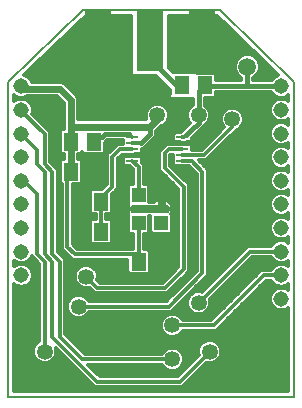
<source format=gtl>
G75*
G70*
%OFA0B0*%
%FSLAX24Y24*%
%IPPOS*%
%LPD*%
%AMOC8*
5,1,8,0,0,1.08239X$1,22.5*
%
%ADD10C,0.0080*%
%ADD11C,0.0515*%
%ADD12C,0.0000*%
%ADD13R,0.0900X0.2000*%
%ADD14R,0.0512X0.0591*%
%ADD15C,0.0591*%
%ADD16R,0.0394X0.0098*%
%ADD17R,0.0472X0.0472*%
%ADD18C,0.0050*%
%ADD19C,0.0120*%
%ADD20C,0.0472*%
%ADD21C,0.0160*%
%ADD22C,0.0240*%
%ADD23C,0.0531*%
D10*
X000196Y001085D02*
X009724Y001085D01*
X009724Y011580D01*
X007234Y013971D01*
X002686Y013971D01*
X000196Y011580D01*
X000196Y001085D01*
D11*
X000629Y004355D03*
X000629Y005143D03*
X000629Y005930D03*
X000629Y006717D03*
X000629Y007505D03*
X000629Y008292D03*
X000629Y009080D03*
X000629Y009867D03*
X000629Y010654D03*
X000629Y011442D03*
X009291Y011442D03*
X009291Y010654D03*
X009291Y009867D03*
X009291Y009080D03*
X009291Y008292D03*
X009291Y007505D03*
X009291Y006717D03*
X009291Y005930D03*
X009291Y005143D03*
X009291Y004355D03*
D12*
X007110Y013973D02*
X002710Y013973D01*
D13*
X003170Y012963D03*
X004910Y012963D03*
X006650Y012963D03*
D14*
X006734Y011473D03*
X005986Y011473D03*
X003284Y007598D03*
X003034Y008598D03*
X002536Y007598D03*
X002286Y008598D03*
X002286Y009598D03*
X003034Y009598D03*
X003284Y006598D03*
X002536Y006598D03*
X004536Y005598D03*
X005284Y005598D03*
D15*
X008160Y012098D03*
D16*
X005992Y009742D03*
X005992Y009545D03*
X005992Y009348D03*
X005992Y009152D03*
X005992Y008955D03*
X004328Y008955D03*
X004328Y009152D03*
X004328Y009348D03*
X004328Y009545D03*
X004328Y009742D03*
D17*
X004536Y007821D03*
X004536Y006876D03*
X005284Y006876D03*
X005284Y007821D03*
D18*
X005205Y007644D02*
X005402Y007644D01*
X005402Y007447D01*
X005205Y007447D01*
X005205Y007644D01*
X005205Y007597D02*
X005402Y007597D01*
X005402Y007549D02*
X005205Y007549D01*
X005205Y007500D02*
X005402Y007500D01*
X005402Y007452D02*
X005205Y007452D01*
X005501Y007447D02*
X005501Y007250D01*
X004319Y007250D01*
X004319Y007447D01*
X005501Y007447D01*
X005501Y007403D02*
X004319Y007403D01*
X004319Y007355D02*
X005501Y007355D01*
X005501Y007306D02*
X004319Y007306D01*
X004319Y007258D02*
X005501Y007258D01*
D19*
X005629Y007173D02*
X005646Y007190D01*
X005646Y007507D01*
X005561Y007592D01*
X005547Y007592D01*
X005547Y007704D01*
X005462Y007789D01*
X005145Y007789D01*
X005060Y007704D01*
X005060Y007592D01*
X004892Y007592D01*
X004892Y008107D01*
X004822Y008177D01*
X004716Y008177D01*
X004716Y008821D01*
X004645Y008892D01*
X004645Y009054D01*
X004575Y009124D01*
X004413Y009124D01*
X004403Y009135D01*
X004254Y009135D01*
X004243Y009124D01*
X004082Y009124D01*
X004011Y009054D01*
X004011Y008856D01*
X004082Y008786D01*
X004243Y008786D01*
X004356Y008672D01*
X004356Y008177D01*
X004250Y008177D01*
X004180Y008107D01*
X004180Y007535D01*
X004191Y007524D01*
X004174Y007507D01*
X004174Y007190D01*
X004191Y007173D01*
X004180Y007162D01*
X004180Y006590D01*
X004250Y006520D01*
X004356Y006520D01*
X004356Y006028D01*
X002485Y006028D01*
X002340Y006173D01*
X002340Y008183D01*
X002592Y008183D01*
X002662Y008253D01*
X002662Y008943D01*
X002592Y009014D01*
X002526Y009014D01*
X002526Y009183D01*
X002592Y009183D01*
X002660Y009252D01*
X002728Y009183D01*
X003340Y009183D01*
X003410Y009253D01*
X003410Y009566D01*
X003493Y009648D01*
X004011Y009648D01*
X004011Y009528D01*
X003835Y009528D01*
X003480Y009173D01*
X003480Y008173D01*
X003321Y008014D01*
X002978Y008014D01*
X002908Y007943D01*
X002908Y007253D01*
X002978Y007183D01*
X003104Y007183D01*
X003104Y007014D01*
X002978Y007014D01*
X002908Y006943D01*
X002908Y006253D01*
X002978Y006183D01*
X003590Y006183D01*
X003660Y006253D01*
X003660Y006943D01*
X003590Y007014D01*
X003464Y007014D01*
X003464Y007183D01*
X003590Y007183D01*
X003660Y007253D01*
X003660Y007844D01*
X003735Y007918D01*
X003840Y008024D01*
X003840Y009024D01*
X003985Y009168D01*
X004403Y009168D01*
X004413Y009179D01*
X004575Y009179D01*
X004645Y009250D01*
X004645Y009345D01*
X004690Y009345D01*
X004993Y009648D01*
X005110Y009766D01*
X005110Y009959D01*
X005240Y010089D01*
X005379Y010146D01*
X005487Y010255D01*
X005546Y010397D01*
X005546Y010550D01*
X005487Y010692D01*
X005379Y010800D01*
X005237Y010859D01*
X005083Y010859D01*
X004941Y010800D01*
X004833Y010692D01*
X004774Y010550D01*
X004774Y010397D01*
X004798Y010338D01*
X002526Y010338D01*
X002526Y011020D01*
X002489Y011108D01*
X002113Y011484D01*
X002046Y011552D01*
X001958Y011588D01*
X000977Y011588D01*
X000949Y011656D01*
X000843Y011762D01*
X000725Y011810D01*
X002767Y013771D01*
X004273Y013771D01*
X004273Y011908D01*
X004293Y011888D01*
X004293Y011849D01*
X004363Y011778D01*
X005119Y011778D01*
X005568Y011330D01*
X005572Y011185D01*
X005563Y011177D01*
X005563Y011086D01*
X005627Y011021D01*
X006335Y011016D01*
X006335Y010808D01*
X006316Y010800D01*
X006208Y010692D01*
X006149Y010550D01*
X006149Y010397D01*
X006208Y010255D01*
X006246Y010217D01*
X006202Y010173D01*
X005960Y009931D01*
X005960Y009922D01*
X005917Y009922D01*
X005907Y009911D01*
X005745Y009911D01*
X005675Y009841D01*
X005675Y009643D01*
X005745Y009573D01*
X005907Y009573D01*
X005917Y009562D01*
X006128Y009562D01*
X006139Y009573D01*
X006238Y009573D01*
X006309Y009643D01*
X006309Y009714D01*
X006485Y009891D01*
X006732Y010137D01*
X006754Y010146D01*
X006862Y010255D01*
X006921Y010397D01*
X006921Y010550D01*
X006862Y010692D01*
X006754Y010800D01*
X006735Y010808D01*
X006735Y011058D01*
X007040Y011058D01*
X007110Y011128D01*
X007110Y011242D01*
X008965Y011242D01*
X008971Y011228D01*
X009077Y011122D01*
X009216Y011064D01*
X009366Y011064D01*
X009505Y011122D01*
X009524Y011141D01*
X009524Y010955D01*
X009505Y010974D01*
X009366Y011032D01*
X009216Y011032D01*
X009077Y010974D01*
X008971Y010868D01*
X008913Y010729D01*
X008913Y010579D01*
X008971Y010441D01*
X009077Y010334D01*
X009216Y010277D01*
X009366Y010277D01*
X009505Y010334D01*
X009524Y010354D01*
X009524Y010168D01*
X009505Y010187D01*
X009366Y010244D01*
X009216Y010244D01*
X009077Y010187D01*
X008971Y010081D01*
X008913Y009942D01*
X008913Y009792D01*
X008971Y009653D01*
X009077Y009547D01*
X009216Y009489D01*
X009366Y009489D01*
X009505Y009547D01*
X009524Y009566D01*
X009524Y009380D01*
X009505Y009400D01*
X009366Y009457D01*
X009216Y009457D01*
X009077Y009400D01*
X008971Y009293D01*
X008913Y009155D01*
X008913Y009004D01*
X008971Y008866D01*
X009077Y008760D01*
X009216Y008702D01*
X009366Y008702D01*
X009505Y008760D01*
X009524Y008779D01*
X009524Y008593D01*
X009505Y008612D01*
X009366Y008670D01*
X009216Y008670D01*
X009077Y008612D01*
X008971Y008506D01*
X008913Y008367D01*
X008913Y008217D01*
X008971Y008078D01*
X009077Y007972D01*
X009216Y007915D01*
X009366Y007915D01*
X009505Y007972D01*
X009524Y007991D01*
X009524Y007805D01*
X009505Y007825D01*
X009366Y007882D01*
X009216Y007882D01*
X009077Y007825D01*
X008971Y007719D01*
X008913Y007580D01*
X008913Y007430D01*
X008971Y007291D01*
X009077Y007185D01*
X009216Y007127D01*
X009366Y007127D01*
X009505Y007185D01*
X009524Y007204D01*
X009524Y007018D01*
X009505Y007037D01*
X009366Y007095D01*
X009216Y007095D01*
X009077Y007037D01*
X008971Y006931D01*
X008913Y006792D01*
X008913Y006642D01*
X008971Y006503D01*
X009077Y006397D01*
X009216Y006340D01*
X009366Y006340D01*
X009505Y006397D01*
X009524Y006417D01*
X009524Y006231D01*
X009505Y006250D01*
X009366Y006307D01*
X009216Y006307D01*
X009077Y006250D01*
X008971Y006144D01*
X008957Y006110D01*
X008167Y006110D01*
X006650Y004593D01*
X006612Y004609D01*
X006458Y004609D01*
X006316Y004550D01*
X006208Y004442D01*
X006149Y004300D01*
X006149Y004147D01*
X006208Y004005D01*
X006316Y003896D01*
X006458Y003838D01*
X006612Y003838D01*
X006754Y003896D01*
X006862Y004005D01*
X006921Y004147D01*
X006921Y004300D01*
X006905Y004339D01*
X008316Y005750D01*
X008957Y005750D01*
X008971Y005716D01*
X009077Y005610D01*
X009216Y005552D01*
X009366Y005552D01*
X009505Y005610D01*
X009524Y005629D01*
X009524Y005443D01*
X009505Y005463D01*
X009366Y005520D01*
X009216Y005520D01*
X009077Y005463D01*
X008971Y005356D01*
X008957Y005323D01*
X008630Y005323D01*
X008524Y005217D01*
X006960Y003653D01*
X006003Y003653D01*
X005987Y003692D01*
X005879Y003800D01*
X005737Y003859D01*
X005583Y003859D01*
X005441Y003800D01*
X005333Y003692D01*
X005274Y003550D01*
X005274Y003397D01*
X005333Y003255D01*
X005441Y003146D01*
X005583Y003088D01*
X005737Y003088D01*
X005879Y003146D01*
X005987Y003255D01*
X006003Y003293D01*
X007110Y003293D01*
X008779Y004963D01*
X008957Y004963D01*
X008971Y004929D01*
X009077Y004823D01*
X009216Y004765D01*
X009366Y004765D01*
X009505Y004823D01*
X009524Y004842D01*
X009524Y004656D01*
X009505Y004675D01*
X009366Y004733D01*
X009216Y004733D01*
X009077Y004675D01*
X008971Y004569D01*
X008913Y004430D01*
X008913Y004280D01*
X008971Y004141D01*
X009077Y004035D01*
X009216Y003978D01*
X009366Y003978D01*
X009505Y004035D01*
X009524Y004054D01*
X009524Y001285D01*
X000396Y001285D01*
X000396Y004842D01*
X000415Y004823D01*
X000554Y004765D01*
X000704Y004765D01*
X000843Y004823D01*
X000949Y004929D01*
X001007Y005067D01*
X001007Y005218D01*
X000949Y005356D01*
X000843Y005463D01*
X000704Y005520D01*
X000554Y005520D01*
X000415Y005463D01*
X000396Y005443D01*
X000396Y005629D01*
X000415Y005610D01*
X000554Y005552D01*
X000704Y005552D01*
X000843Y005610D01*
X000949Y005716D01*
X000980Y005790D01*
X000980Y005774D01*
X001230Y005524D01*
X001230Y002941D01*
X001191Y002925D01*
X001083Y002817D01*
X001024Y002675D01*
X001024Y002522D01*
X001083Y002380D01*
X001191Y002271D01*
X001333Y002213D01*
X001487Y002213D01*
X001629Y002271D01*
X001737Y002380D01*
X001796Y002522D01*
X001796Y002675D01*
X001772Y002731D01*
X002980Y001524D01*
X003085Y001418D01*
X005985Y001418D01*
X006795Y002229D01*
X006833Y002213D01*
X006987Y002213D01*
X007129Y002271D01*
X007237Y002380D01*
X007296Y002522D01*
X007296Y002675D01*
X007237Y002817D01*
X007129Y002925D01*
X006987Y002984D01*
X006833Y002984D01*
X006691Y002925D01*
X006583Y002817D01*
X006524Y002675D01*
X006524Y002522D01*
X006540Y002483D01*
X005835Y001778D01*
X003235Y001778D01*
X002845Y002168D01*
X005317Y002168D01*
X005333Y002130D01*
X005441Y002021D01*
X005583Y001963D01*
X005737Y001963D01*
X005879Y002021D01*
X005987Y002130D01*
X006046Y002272D01*
X006046Y002425D01*
X005987Y002567D01*
X005879Y002675D01*
X005737Y002734D01*
X005583Y002734D01*
X005441Y002675D01*
X005333Y002567D01*
X005317Y002528D01*
X002735Y002528D01*
X002090Y003173D01*
X002090Y005673D01*
X001985Y005778D01*
X001840Y005923D01*
X001840Y008673D01*
X001590Y008923D01*
X001590Y009923D01*
X001485Y010028D01*
X000985Y010528D01*
X001007Y010579D01*
X001007Y010729D01*
X000949Y010868D01*
X000843Y010974D01*
X000704Y011032D01*
X000554Y011032D01*
X000415Y010974D01*
X000396Y010955D01*
X000396Y011141D01*
X000415Y011122D01*
X000554Y011064D01*
X000704Y011064D01*
X000811Y011108D01*
X001811Y011108D01*
X002046Y010873D01*
X002046Y010014D01*
X001980Y010014D01*
X001910Y009943D01*
X001910Y009253D01*
X001980Y009183D01*
X002046Y009183D01*
X002046Y009014D01*
X001980Y009014D01*
X001910Y008943D01*
X001910Y008253D01*
X001980Y008184D01*
X001980Y006024D01*
X002230Y005774D01*
X002335Y005668D01*
X004160Y005668D01*
X004160Y005253D01*
X004230Y005183D01*
X004842Y005183D01*
X004912Y005253D01*
X004912Y005943D01*
X004842Y006014D01*
X004716Y006014D01*
X004716Y006520D01*
X004822Y006520D01*
X004892Y006590D01*
X004892Y007105D01*
X004928Y007105D01*
X004928Y006590D01*
X004998Y006520D01*
X005570Y006520D01*
X005640Y006590D01*
X005640Y007162D01*
X005629Y007173D01*
X005640Y007142D02*
X005855Y007142D01*
X005855Y007260D02*
X005646Y007260D01*
X005660Y007348D02*
X005660Y007848D01*
X005312Y007848D01*
X005284Y007821D01*
X005284Y007974D01*
X005091Y007734D02*
X004892Y007734D01*
X004892Y007616D02*
X005060Y007616D01*
X004892Y007853D02*
X005855Y007853D01*
X005855Y007971D02*
X004892Y007971D01*
X004892Y008090D02*
X005789Y008090D01*
X005855Y008024D02*
X005855Y005423D01*
X005335Y004903D01*
X003235Y004903D01*
X003155Y004983D01*
X003171Y005022D01*
X003171Y005175D01*
X003112Y005317D01*
X003004Y005425D01*
X002862Y005484D01*
X002708Y005484D01*
X002566Y005425D01*
X002458Y005317D01*
X002399Y005175D01*
X002399Y005022D01*
X002458Y004880D01*
X002566Y004771D01*
X002708Y004713D01*
X002862Y004713D01*
X002900Y004729D01*
X003085Y004543D01*
X005485Y004543D01*
X006110Y005168D01*
X006215Y005274D01*
X006215Y008173D01*
X006110Y008278D01*
X005590Y008798D01*
X005590Y009149D01*
X005610Y009168D01*
X005675Y009168D01*
X005675Y008856D01*
X005745Y008786D01*
X005907Y008786D01*
X005917Y008775D01*
X006229Y008775D01*
X006480Y008524D01*
X006480Y005298D01*
X005460Y004278D01*
X002878Y004278D01*
X002862Y004317D01*
X002754Y004425D01*
X002612Y004484D01*
X002458Y004484D01*
X002316Y004425D01*
X002208Y004317D01*
X002149Y004175D01*
X002149Y004022D01*
X002208Y003880D01*
X002316Y003771D01*
X002458Y003713D01*
X002612Y003713D01*
X002754Y003771D01*
X002862Y003880D01*
X002878Y003918D01*
X005610Y003918D01*
X006735Y005043D01*
X006840Y005149D01*
X006840Y008673D01*
X006541Y008972D01*
X006788Y008972D01*
X007809Y009992D01*
X007879Y010021D01*
X007987Y010130D01*
X008046Y010272D01*
X008046Y010425D01*
X007987Y010567D01*
X007879Y010675D01*
X007737Y010734D01*
X007583Y010734D01*
X007441Y010675D01*
X007333Y010567D01*
X007274Y010425D01*
X007274Y010272D01*
X007333Y010130D01*
X007385Y010078D01*
X006639Y009332D01*
X006309Y009332D01*
X006309Y009447D01*
X006238Y009518D01*
X006077Y009518D01*
X006066Y009528D01*
X005460Y009528D01*
X005335Y009403D01*
X005230Y009298D01*
X005230Y008649D01*
X005855Y008024D01*
X006035Y008098D02*
X006035Y005348D01*
X005410Y004723D01*
X003160Y004723D01*
X002785Y005098D01*
X002566Y004772D02*
X002090Y004772D01*
X002090Y004890D02*
X002454Y004890D01*
X002405Y005009D02*
X002090Y005009D01*
X002090Y005127D02*
X002399Y005127D01*
X002429Y005246D02*
X002090Y005246D01*
X002090Y005364D02*
X002505Y005364D01*
X002705Y005483D02*
X002090Y005483D01*
X002090Y005601D02*
X004160Y005601D01*
X004160Y005483D02*
X002865Y005483D01*
X003065Y005364D02*
X004160Y005364D01*
X004168Y005246D02*
X003141Y005246D01*
X003171Y005127D02*
X005559Y005127D01*
X005441Y005009D02*
X003165Y005009D01*
X002975Y004653D02*
X002090Y004653D01*
X002090Y004535D02*
X005717Y004535D01*
X005835Y004653D02*
X005595Y004653D01*
X005713Y004772D02*
X005954Y004772D01*
X006072Y004890D02*
X005832Y004890D01*
X005950Y005009D02*
X006191Y005009D01*
X006309Y005127D02*
X006069Y005127D01*
X006110Y005168D02*
X006110Y005168D01*
X006187Y005246D02*
X006428Y005246D01*
X006480Y005364D02*
X006215Y005364D01*
X006215Y005483D02*
X006480Y005483D01*
X006480Y005601D02*
X006215Y005601D01*
X006215Y005720D02*
X006480Y005720D01*
X006480Y005838D02*
X006215Y005838D01*
X006215Y005957D02*
X006480Y005957D01*
X006480Y006075D02*
X006215Y006075D01*
X006215Y006194D02*
X006480Y006194D01*
X006480Y006312D02*
X006215Y006312D01*
X006215Y006431D02*
X006480Y006431D01*
X006480Y006549D02*
X006215Y006549D01*
X006215Y006668D02*
X006480Y006668D01*
X006480Y006786D02*
X006215Y006786D01*
X006215Y006905D02*
X006480Y006905D01*
X006480Y007023D02*
X006215Y007023D01*
X006215Y007142D02*
X006480Y007142D01*
X006480Y007260D02*
X006215Y007260D01*
X006215Y007379D02*
X006480Y007379D01*
X006480Y007497D02*
X006215Y007497D01*
X006215Y007616D02*
X006480Y007616D01*
X006480Y007734D02*
X006215Y007734D01*
X006215Y007853D02*
X006480Y007853D01*
X006480Y007971D02*
X006215Y007971D01*
X006215Y008090D02*
X006480Y008090D01*
X006480Y008208D02*
X006180Y008208D01*
X006061Y008327D02*
X006480Y008327D01*
X006480Y008445D02*
X005943Y008445D01*
X005824Y008564D02*
X006440Y008564D01*
X006321Y008682D02*
X005706Y008682D01*
X005730Y008801D02*
X005590Y008801D01*
X005590Y008919D02*
X005675Y008919D01*
X005675Y009038D02*
X005590Y009038D01*
X005598Y009156D02*
X005675Y009156D01*
X005535Y009348D02*
X005410Y009223D01*
X005410Y008723D01*
X006035Y008098D01*
X005855Y007734D02*
X005516Y007734D01*
X005547Y007616D02*
X005855Y007616D01*
X005855Y007497D02*
X005646Y007497D01*
X005646Y007379D02*
X005855Y007379D01*
X005855Y007023D02*
X005640Y007023D01*
X005640Y006905D02*
X005855Y006905D01*
X005855Y006786D02*
X005640Y006786D01*
X005640Y006668D02*
X005855Y006668D01*
X005855Y006549D02*
X005600Y006549D01*
X005855Y006431D02*
X004716Y006431D01*
X004716Y006312D02*
X005855Y006312D01*
X005855Y006194D02*
X004716Y006194D01*
X004716Y006075D02*
X005855Y006075D01*
X005855Y005957D02*
X004898Y005957D01*
X004912Y005838D02*
X005855Y005838D01*
X005855Y005720D02*
X004912Y005720D01*
X004912Y005601D02*
X005855Y005601D01*
X005855Y005483D02*
X004912Y005483D01*
X004912Y005364D02*
X005796Y005364D01*
X005678Y005246D02*
X004904Y005246D01*
X004536Y005598D02*
X004536Y005848D01*
X002410Y005848D01*
X002160Y006098D01*
X002160Y008472D01*
X002286Y008598D01*
X002526Y009038D02*
X003480Y009038D01*
X003480Y009156D02*
X002526Y009156D01*
X002662Y008919D02*
X003480Y008919D01*
X003480Y008801D02*
X002662Y008801D01*
X002662Y008682D02*
X003480Y008682D01*
X003480Y008564D02*
X002662Y008564D01*
X002662Y008445D02*
X003480Y008445D01*
X003480Y008327D02*
X002662Y008327D01*
X002617Y008208D02*
X003480Y008208D01*
X003397Y008090D02*
X002340Y008090D01*
X002340Y007971D02*
X002936Y007971D01*
X002908Y007853D02*
X002340Y007853D01*
X002340Y007734D02*
X002908Y007734D01*
X002908Y007616D02*
X002340Y007616D01*
X002340Y007497D02*
X002908Y007497D01*
X002908Y007379D02*
X002340Y007379D01*
X002340Y007260D02*
X002908Y007260D01*
X003104Y007142D02*
X002340Y007142D01*
X002340Y007023D02*
X003104Y007023D01*
X002908Y006905D02*
X002340Y006905D01*
X002340Y006786D02*
X002908Y006786D01*
X002908Y006668D02*
X002340Y006668D01*
X002340Y006549D02*
X002908Y006549D01*
X002908Y006431D02*
X002340Y006431D01*
X002340Y006312D02*
X002908Y006312D01*
X002968Y006194D02*
X002340Y006194D01*
X002438Y006075D02*
X004356Y006075D01*
X004356Y006194D02*
X003600Y006194D01*
X003660Y006312D02*
X004356Y006312D01*
X004356Y006431D02*
X003660Y006431D01*
X003660Y006549D02*
X004220Y006549D01*
X004180Y006668D02*
X003660Y006668D01*
X003660Y006786D02*
X004180Y006786D01*
X004180Y006905D02*
X003660Y006905D01*
X003464Y007023D02*
X004180Y007023D01*
X004180Y007142D02*
X003464Y007142D01*
X003660Y007260D02*
X004174Y007260D01*
X004174Y007379D02*
X003660Y007379D01*
X003660Y007497D02*
X004174Y007497D01*
X004180Y007616D02*
X003660Y007616D01*
X003660Y007734D02*
X004180Y007734D01*
X004180Y007853D02*
X003669Y007853D01*
X003788Y007971D02*
X004180Y007971D01*
X004180Y008090D02*
X003840Y008090D01*
X003840Y008208D02*
X004356Y008208D01*
X004356Y008327D02*
X003840Y008327D01*
X003840Y008445D02*
X004356Y008445D01*
X004356Y008564D02*
X003840Y008564D01*
X003840Y008682D02*
X004346Y008682D01*
X004536Y008747D02*
X004328Y008955D01*
X004328Y009152D02*
X004713Y009152D01*
X004645Y009038D02*
X005230Y009038D01*
X005230Y009156D02*
X003973Y009156D01*
X004011Y009038D02*
X003854Y009038D01*
X003840Y008919D02*
X004011Y008919D01*
X004066Y008801D02*
X003840Y008801D01*
X003660Y009098D02*
X003910Y009348D01*
X004328Y009348D01*
X004328Y009545D02*
X004607Y009545D01*
X004738Y009393D02*
X005325Y009393D01*
X005230Y009275D02*
X004645Y009275D01*
X004856Y009512D02*
X005444Y009512D01*
X005535Y009348D02*
X005992Y009348D01*
X005992Y009152D02*
X006713Y009152D01*
X007660Y010098D01*
X007660Y010348D01*
X007493Y010697D02*
X006857Y010697D01*
X006909Y010578D02*
X007344Y010578D01*
X007289Y010460D02*
X006921Y010460D01*
X006898Y010341D02*
X007274Y010341D01*
X007294Y010223D02*
X006830Y010223D01*
X006699Y010104D02*
X007358Y010104D01*
X007293Y009986D02*
X006580Y009986D01*
X006462Y009867D02*
X007174Y009867D01*
X007056Y009749D02*
X006343Y009749D01*
X006296Y009630D02*
X006937Y009630D01*
X006819Y009512D02*
X006244Y009512D01*
X006309Y009393D02*
X006700Y009393D01*
X006854Y009038D02*
X008913Y009038D01*
X008914Y009156D02*
X006973Y009156D01*
X007091Y009275D02*
X008963Y009275D01*
X009071Y009393D02*
X007210Y009393D01*
X007328Y009512D02*
X009161Y009512D01*
X008993Y009630D02*
X007447Y009630D01*
X007565Y009749D02*
X008931Y009749D01*
X008913Y009867D02*
X007684Y009867D01*
X007802Y009986D02*
X008931Y009986D01*
X008994Y010104D02*
X007962Y010104D01*
X008026Y010223D02*
X009164Y010223D01*
X009070Y010341D02*
X008046Y010341D01*
X008031Y010460D02*
X008963Y010460D01*
X008914Y010578D02*
X007976Y010578D01*
X007827Y010697D02*
X008913Y010697D01*
X008949Y010815D02*
X006735Y010815D01*
X006735Y010934D02*
X009036Y010934D01*
X009028Y011171D02*
X007110Y011171D01*
X007110Y011642D02*
X007110Y011818D01*
X007040Y011889D01*
X006470Y011889D01*
X006427Y011931D01*
X005683Y011931D01*
X005565Y012049D01*
X005565Y013771D01*
X007153Y013771D01*
X009195Y011810D01*
X009077Y011762D01*
X008971Y011656D01*
X008965Y011642D01*
X008360Y011642D01*
X008360Y011732D01*
X008395Y011746D01*
X008512Y011863D01*
X008575Y012016D01*
X008575Y012181D01*
X008512Y012334D01*
X008395Y012450D01*
X008243Y012514D01*
X008077Y012514D01*
X007925Y012450D01*
X007808Y012334D01*
X007745Y012181D01*
X007745Y012016D01*
X007808Y011863D01*
X007925Y011746D01*
X007960Y011732D01*
X007960Y011642D01*
X007110Y011642D01*
X007110Y011645D02*
X007960Y011645D01*
X007908Y011763D02*
X007110Y011763D01*
X007046Y011882D02*
X007800Y011882D01*
X007751Y012000D02*
X005614Y012000D01*
X005565Y012119D02*
X007745Y012119D01*
X007768Y012237D02*
X005565Y012237D01*
X005565Y012356D02*
X007830Y012356D01*
X007983Y012474D02*
X005565Y012474D01*
X005565Y012593D02*
X008380Y012593D01*
X008337Y012474D02*
X008503Y012474D01*
X008490Y012356D02*
X008627Y012356D01*
X008552Y012237D02*
X008750Y012237D01*
X008873Y012119D02*
X008575Y012119D01*
X008569Y012000D02*
X008997Y012000D01*
X009120Y011882D02*
X008520Y011882D01*
X008412Y011763D02*
X009081Y011763D01*
X008966Y011645D02*
X008360Y011645D01*
X008257Y012711D02*
X005565Y012711D01*
X005565Y012830D02*
X008133Y012830D01*
X008010Y012948D02*
X005565Y012948D01*
X005565Y013067D02*
X007886Y013067D01*
X007763Y013185D02*
X005565Y013185D01*
X005565Y013304D02*
X007640Y013304D01*
X007516Y013422D02*
X005565Y013422D01*
X005565Y013541D02*
X007393Y013541D01*
X007270Y013659D02*
X005565Y013659D01*
X005134Y011763D02*
X000839Y011763D01*
X000800Y011882D02*
X004293Y011882D01*
X004273Y012000D02*
X000923Y012000D01*
X001047Y012119D02*
X004273Y012119D01*
X004273Y012237D02*
X001170Y012237D01*
X001293Y012356D02*
X004273Y012356D01*
X004273Y012474D02*
X001417Y012474D01*
X001540Y012593D02*
X004273Y012593D01*
X004273Y012711D02*
X001663Y012711D01*
X001787Y012830D02*
X004273Y012830D01*
X004273Y012948D02*
X001910Y012948D01*
X002034Y013067D02*
X004273Y013067D01*
X004273Y013185D02*
X002157Y013185D01*
X002280Y013304D02*
X004273Y013304D01*
X004273Y013422D02*
X002404Y013422D01*
X002527Y013541D02*
X004273Y013541D01*
X004273Y013659D02*
X002650Y013659D01*
X003170Y012963D02*
X003170Y012588D01*
X002427Y011171D02*
X005563Y011171D01*
X005569Y011289D02*
X002308Y011289D01*
X002190Y011408D02*
X005490Y011408D01*
X005371Y011526D02*
X002071Y011526D01*
X001867Y011052D02*
X000396Y011052D01*
X000629Y010654D02*
X000629Y010629D01*
X001410Y009848D01*
X001410Y008848D01*
X001660Y008598D01*
X001660Y005848D01*
X001910Y005598D01*
X001910Y003098D01*
X002660Y002348D01*
X005660Y002348D01*
X005915Y002639D02*
X006524Y002639D01*
X006525Y002520D02*
X006006Y002520D01*
X006046Y002402D02*
X006459Y002402D01*
X006340Y002283D02*
X006046Y002283D01*
X006002Y002165D02*
X006222Y002165D01*
X006103Y002046D02*
X005904Y002046D01*
X005985Y001928D02*
X003085Y001928D01*
X002967Y002046D02*
X005416Y002046D01*
X005318Y002165D02*
X002848Y002165D01*
X002694Y001809D02*
X000396Y001809D01*
X000396Y001691D02*
X002813Y001691D01*
X002931Y001572D02*
X000396Y001572D01*
X000396Y001454D02*
X003050Y001454D01*
X003160Y001598D02*
X005910Y001598D01*
X006910Y002598D01*
X007141Y002283D02*
X009524Y002283D01*
X009524Y002165D02*
X006731Y002165D01*
X006613Y002046D02*
X009524Y002046D01*
X009524Y001928D02*
X006494Y001928D01*
X006376Y001809D02*
X009524Y001809D01*
X009524Y001691D02*
X006257Y001691D01*
X006139Y001572D02*
X009524Y001572D01*
X009524Y001454D02*
X006020Y001454D01*
X005866Y001809D02*
X003204Y001809D01*
X003160Y001598D02*
X001660Y003098D01*
X001660Y005598D01*
X001410Y005848D01*
X001410Y008598D01*
X001160Y008848D01*
X001160Y009336D01*
X000629Y009867D01*
X001053Y010460D02*
X002046Y010460D01*
X002046Y010578D02*
X001006Y010578D01*
X001007Y010697D02*
X002046Y010697D01*
X002046Y010815D02*
X000971Y010815D01*
X000884Y010934D02*
X001985Y010934D01*
X002046Y010341D02*
X001172Y010341D01*
X001290Y010223D02*
X002046Y010223D01*
X002046Y010104D02*
X001409Y010104D01*
X001527Y009986D02*
X001953Y009986D01*
X001910Y009867D02*
X001590Y009867D01*
X001590Y009749D02*
X001910Y009749D01*
X001910Y009630D02*
X001590Y009630D01*
X001590Y009512D02*
X001910Y009512D01*
X001910Y009393D02*
X001590Y009393D01*
X001590Y009275D02*
X001910Y009275D01*
X002046Y009156D02*
X001590Y009156D01*
X001590Y009038D02*
X002046Y009038D01*
X001910Y008919D02*
X001594Y008919D01*
X001712Y008801D02*
X001910Y008801D01*
X001910Y008682D02*
X001831Y008682D01*
X001840Y008564D02*
X001910Y008564D01*
X001910Y008445D02*
X001840Y008445D01*
X001840Y008327D02*
X001910Y008327D01*
X001955Y008208D02*
X001840Y008208D01*
X001840Y008090D02*
X001980Y008090D01*
X001980Y007971D02*
X001840Y007971D01*
X001840Y007853D02*
X001980Y007853D01*
X001980Y007734D02*
X001840Y007734D01*
X001840Y007616D02*
X001980Y007616D01*
X001980Y007497D02*
X001840Y007497D01*
X001840Y007379D02*
X001980Y007379D01*
X001980Y007260D02*
X001840Y007260D01*
X001840Y007142D02*
X001980Y007142D01*
X001980Y007023D02*
X001840Y007023D01*
X001840Y006905D02*
X001980Y006905D01*
X001980Y006786D02*
X001840Y006786D01*
X001840Y006668D02*
X001980Y006668D01*
X001980Y006549D02*
X001840Y006549D01*
X001840Y006431D02*
X001980Y006431D01*
X001980Y006312D02*
X001840Y006312D01*
X001840Y006194D02*
X001980Y006194D01*
X001980Y006075D02*
X001840Y006075D01*
X001840Y005957D02*
X002047Y005957D01*
X002165Y005838D02*
X001925Y005838D01*
X002043Y005720D02*
X002284Y005720D01*
X002307Y004416D02*
X002090Y004416D01*
X002090Y004298D02*
X002200Y004298D01*
X002151Y004179D02*
X002090Y004179D01*
X002090Y004061D02*
X002149Y004061D01*
X002182Y003942D02*
X002090Y003942D01*
X002090Y003824D02*
X002264Y003824D01*
X002090Y003705D02*
X005346Y003705D01*
X005289Y003587D02*
X002090Y003587D01*
X002090Y003468D02*
X005274Y003468D01*
X005294Y003350D02*
X002090Y003350D01*
X002090Y003231D02*
X005356Y003231D01*
X005522Y003113D02*
X002150Y003113D01*
X002269Y002994D02*
X009524Y002994D01*
X009524Y002876D02*
X007178Y002876D01*
X007262Y002757D02*
X009524Y002757D01*
X009524Y002639D02*
X007296Y002639D01*
X007295Y002520D02*
X009524Y002520D01*
X009524Y002402D02*
X007246Y002402D01*
X007166Y003350D02*
X009524Y003350D01*
X009524Y003468D02*
X007285Y003468D01*
X007403Y003587D02*
X009524Y003587D01*
X009524Y003705D02*
X007522Y003705D01*
X007640Y003824D02*
X009524Y003824D01*
X009524Y003942D02*
X007759Y003942D01*
X007877Y004061D02*
X009051Y004061D01*
X008955Y004179D02*
X007996Y004179D01*
X008114Y004298D02*
X008913Y004298D01*
X008913Y004416D02*
X008233Y004416D01*
X008351Y004535D02*
X008957Y004535D01*
X009055Y004653D02*
X008470Y004653D01*
X008588Y004772D02*
X009199Y004772D01*
X009382Y004772D02*
X009524Y004772D01*
X009291Y005143D02*
X008704Y005143D01*
X007035Y003473D01*
X005660Y003473D01*
X005798Y003113D02*
X009524Y003113D01*
X009524Y003231D02*
X005964Y003231D01*
X005974Y003705D02*
X007012Y003705D01*
X007131Y003824D02*
X005822Y003824D01*
X005752Y004061D02*
X006185Y004061D01*
X006149Y004179D02*
X005871Y004179D01*
X005989Y004298D02*
X006149Y004298D01*
X006108Y004416D02*
X006197Y004416D01*
X006226Y004535D02*
X006301Y004535D01*
X006345Y004653D02*
X006710Y004653D01*
X006829Y004772D02*
X006463Y004772D01*
X006582Y004890D02*
X006947Y004890D01*
X006819Y005127D02*
X007184Y005127D01*
X007066Y005009D02*
X006700Y005009D01*
X006660Y005223D02*
X006660Y008598D01*
X006304Y008955D01*
X005992Y008955D01*
X005992Y009545D02*
X005713Y009545D01*
X005688Y009630D02*
X004975Y009630D01*
X004993Y009648D02*
X004993Y009648D01*
X005093Y009749D02*
X005675Y009749D01*
X005701Y009867D02*
X005110Y009867D01*
X005137Y009986D02*
X006015Y009986D01*
X006133Y010104D02*
X005277Y010104D01*
X005455Y010223D02*
X006240Y010223D01*
X006172Y010341D02*
X005523Y010341D01*
X005546Y010460D02*
X006149Y010460D01*
X006161Y010578D02*
X005534Y010578D01*
X005482Y010697D02*
X006213Y010697D01*
X006335Y010815D02*
X005342Y010815D01*
X005596Y011052D02*
X002513Y011052D01*
X002526Y010934D02*
X006335Y010934D01*
X006535Y011274D02*
X006734Y011473D01*
X006735Y011052D02*
X009524Y011052D01*
X009512Y010341D02*
X009524Y010341D01*
X009524Y010223D02*
X009418Y010223D01*
X009420Y009512D02*
X009524Y009512D01*
X009511Y009393D02*
X009524Y009393D01*
X009524Y008682D02*
X006831Y008682D01*
X006840Y008564D02*
X009029Y008564D01*
X008946Y008445D02*
X006840Y008445D01*
X006840Y008327D02*
X008913Y008327D01*
X008917Y008208D02*
X006840Y008208D01*
X006840Y008090D02*
X008966Y008090D01*
X009079Y007971D02*
X006840Y007971D01*
X006840Y007853D02*
X009145Y007853D01*
X008987Y007734D02*
X006840Y007734D01*
X006840Y007616D02*
X008928Y007616D01*
X008913Y007497D02*
X006840Y007497D01*
X006840Y007379D02*
X008934Y007379D01*
X009001Y007260D02*
X006840Y007260D01*
X006840Y007142D02*
X009180Y007142D01*
X009063Y007023D02*
X006840Y007023D01*
X006840Y006905D02*
X008960Y006905D01*
X008913Y006786D02*
X006840Y006786D01*
X006840Y006668D02*
X008913Y006668D01*
X008952Y006549D02*
X006840Y006549D01*
X006840Y006431D02*
X009043Y006431D01*
X009021Y006194D02*
X006840Y006194D01*
X006840Y006312D02*
X009524Y006312D01*
X009291Y005930D02*
X008241Y005930D01*
X006535Y004223D01*
X006270Y003942D02*
X005634Y003942D01*
X005498Y003824D02*
X002806Y003824D01*
X002535Y004098D02*
X005535Y004098D01*
X006660Y005223D01*
X006840Y005246D02*
X007303Y005246D01*
X007421Y005364D02*
X006840Y005364D01*
X006840Y005483D02*
X007540Y005483D01*
X007658Y005601D02*
X006840Y005601D01*
X006840Y005720D02*
X007777Y005720D01*
X007895Y005838D02*
X006840Y005838D01*
X006840Y005957D02*
X008014Y005957D01*
X008132Y006075D02*
X006840Y006075D01*
X007457Y004890D02*
X008197Y004890D01*
X008079Y004772D02*
X007338Y004772D01*
X007220Y004653D02*
X007960Y004653D01*
X007842Y004535D02*
X007101Y004535D01*
X006983Y004416D02*
X007723Y004416D01*
X007605Y004298D02*
X006921Y004298D01*
X006921Y004179D02*
X007486Y004179D01*
X007368Y004061D02*
X006885Y004061D01*
X006800Y003942D02*
X007249Y003942D01*
X007575Y005009D02*
X008316Y005009D01*
X008434Y005127D02*
X007694Y005127D01*
X007812Y005246D02*
X008553Y005246D01*
X008707Y004890D02*
X009009Y004890D01*
X008979Y005364D02*
X007931Y005364D01*
X008049Y005483D02*
X009126Y005483D01*
X009097Y005601D02*
X008168Y005601D01*
X008286Y005720D02*
X008969Y005720D01*
X009455Y005483D02*
X009524Y005483D01*
X009524Y005601D02*
X009484Y005601D01*
X009518Y007023D02*
X009524Y007023D01*
X009524Y007142D02*
X009401Y007142D01*
X009436Y007853D02*
X009524Y007853D01*
X009524Y007971D02*
X009503Y007971D01*
X009035Y008801D02*
X006712Y008801D01*
X006594Y008919D02*
X008948Y008919D01*
X006285Y009973D02*
X006054Y009742D01*
X005992Y009742D01*
X005315Y008564D02*
X004716Y008564D01*
X004716Y008682D02*
X005230Y008682D01*
X005230Y008801D02*
X004716Y008801D01*
X004645Y008919D02*
X005230Y008919D01*
X005433Y008445D02*
X004716Y008445D01*
X004716Y008327D02*
X005552Y008327D01*
X005670Y008208D02*
X004716Y008208D01*
X004536Y007821D02*
X004536Y008747D01*
X004328Y009742D02*
X004222Y009848D01*
X004011Y009630D02*
X003475Y009630D01*
X003410Y009512D02*
X003819Y009512D01*
X003700Y009393D02*
X003410Y009393D01*
X003410Y009275D02*
X003582Y009275D01*
X003660Y009098D02*
X003660Y008098D01*
X003284Y007722D01*
X003284Y007598D01*
X003284Y006598D01*
X003910Y007348D02*
X005660Y007348D01*
X004968Y006549D02*
X004852Y006549D01*
X004892Y006668D02*
X004928Y006668D01*
X004928Y006786D02*
X004892Y006786D01*
X004892Y006905D02*
X004928Y006905D01*
X004928Y007023D02*
X004892Y007023D01*
X004536Y006876D02*
X004536Y005848D01*
X005480Y004298D02*
X002870Y004298D01*
X002763Y004416D02*
X005598Y004416D01*
X005405Y002639D02*
X002624Y002639D01*
X002506Y002757D02*
X006558Y002757D01*
X006642Y002876D02*
X002387Y002876D01*
X002102Y002402D02*
X001746Y002402D01*
X001795Y002520D02*
X001983Y002520D01*
X001865Y002639D02*
X001796Y002639D01*
X001641Y002283D02*
X002220Y002283D01*
X002339Y002165D02*
X000396Y002165D01*
X000396Y002283D02*
X001179Y002283D01*
X001074Y002402D02*
X000396Y002402D01*
X000396Y002520D02*
X001025Y002520D01*
X001024Y002639D02*
X000396Y002639D01*
X000396Y002757D02*
X001058Y002757D01*
X001142Y002876D02*
X000396Y002876D01*
X000396Y002994D02*
X001230Y002994D01*
X001230Y003113D02*
X000396Y003113D01*
X000396Y003231D02*
X001230Y003231D01*
X001230Y003350D02*
X000396Y003350D01*
X000396Y003468D02*
X001230Y003468D01*
X001230Y003587D02*
X000396Y003587D01*
X000396Y003705D02*
X001230Y003705D01*
X001230Y003824D02*
X000396Y003824D01*
X000396Y003942D02*
X001230Y003942D01*
X001230Y004061D02*
X000396Y004061D01*
X000396Y004179D02*
X001230Y004179D01*
X001230Y004298D02*
X000396Y004298D01*
X000396Y004416D02*
X001230Y004416D01*
X001230Y004535D02*
X000396Y004535D01*
X000396Y004653D02*
X001230Y004653D01*
X001230Y004772D02*
X000721Y004772D01*
X000538Y004772D02*
X000396Y004772D01*
X000396Y005483D02*
X000465Y005483D01*
X000436Y005601D02*
X000396Y005601D01*
X000794Y005483D02*
X001230Y005483D01*
X001230Y005364D02*
X000941Y005364D01*
X000995Y005246D02*
X001230Y005246D01*
X001230Y005127D02*
X001007Y005127D01*
X000983Y005009D02*
X001230Y005009D01*
X001230Y004890D02*
X000911Y004890D01*
X000823Y005601D02*
X001152Y005601D01*
X001034Y005720D02*
X000951Y005720D01*
X001160Y005848D02*
X001410Y005598D01*
X001410Y002598D01*
X000396Y002046D02*
X002457Y002046D01*
X002576Y001928D02*
X000396Y001928D01*
X000396Y001335D02*
X009524Y001335D01*
X004797Y010341D02*
X002526Y010341D01*
X002526Y010460D02*
X004774Y010460D01*
X004786Y010578D02*
X002526Y010578D01*
X002526Y010697D02*
X004838Y010697D01*
X004978Y010815D02*
X002526Y010815D01*
X003178Y009742D02*
X003304Y009742D01*
X003178Y009742D02*
X003034Y009598D01*
X003034Y008598D02*
X002910Y008598D01*
X003034Y008598D02*
X003034Y008346D01*
X002536Y007848D02*
X002536Y007598D01*
X001160Y007848D02*
X001160Y005848D01*
X001160Y007848D02*
X000716Y008292D01*
X000629Y008292D01*
X000954Y011645D02*
X005253Y011645D01*
D20*
X007410Y012848D03*
X008410Y010848D03*
X002410Y012848D03*
X001410Y010598D03*
X000910Y001848D03*
D21*
X004607Y009545D02*
X004910Y009848D01*
X004910Y010098D01*
X004222Y009848D02*
X003410Y009848D01*
X003304Y009742D01*
X004910Y012174D02*
X004910Y012348D01*
X005785Y011473D01*
X005986Y011473D01*
X006535Y011274D02*
X006535Y010473D01*
X006535Y010223D01*
X006285Y009973D01*
X006160Y009848D01*
X006766Y011442D02*
X006734Y011473D01*
X006766Y011442D02*
X008160Y011442D01*
X008160Y012098D01*
X008160Y011442D02*
X009291Y011442D01*
X004910Y012348D02*
X004910Y012963D01*
D22*
X005160Y010473D02*
X005160Y010348D01*
X004910Y010098D01*
X002286Y010098D01*
X002286Y010972D01*
X001910Y011348D01*
X000723Y011348D01*
X000629Y011442D01*
X002286Y010098D02*
X002286Y009598D01*
X002286Y008598D01*
D23*
X002785Y005098D03*
X002535Y004098D03*
X001410Y002598D03*
X005660Y002348D03*
X005660Y003473D03*
X006535Y004223D03*
X006910Y002598D03*
X007660Y010348D03*
X006535Y010473D03*
X005160Y010473D03*
M02*

</source>
